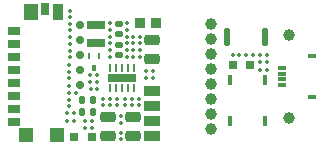
<source format=gbr>
%TF.GenerationSoftware,KiCad,Pcbnew,(7.0.0)*%
%TF.CreationDate,2023-07-05T17:24:14-07:00*%
%TF.ProjectId,Miniscope-v4-Wire-Free,4d696e69-7363-46f7-9065-2d76342d5769,rev?*%
%TF.SameCoordinates,Original*%
%TF.FileFunction,Soldermask,Top*%
%TF.FilePolarity,Negative*%
%FSLAX46Y46*%
G04 Gerber Fmt 4.6, Leading zero omitted, Abs format (unit mm)*
G04 Created by KiCad (PCBNEW (7.0.0)) date 2023-07-05 17:24:14*
%MOMM*%
%LPD*%
G01*
G04 APERTURE LIST*
G04 Aperture macros list*
%AMRoundRect*
0 Rectangle with rounded corners*
0 $1 Rounding radius*
0 $2 $3 $4 $5 $6 $7 $8 $9 X,Y pos of 4 corners*
0 Add a 4 corners polygon primitive as box body*
4,1,4,$2,$3,$4,$5,$6,$7,$8,$9,$2,$3,0*
0 Add four circle primitives for the rounded corners*
1,1,$1+$1,$2,$3*
1,1,$1+$1,$4,$5*
1,1,$1+$1,$6,$7*
1,1,$1+$1,$8,$9*
0 Add four rect primitives between the rounded corners*
20,1,$1+$1,$2,$3,$4,$5,0*
20,1,$1+$1,$4,$5,$6,$7,0*
20,1,$1+$1,$6,$7,$8,$9,0*
20,1,$1+$1,$8,$9,$2,$3,0*%
G04 Aperture macros list end*
%ADD10R,1.200000X1.150000*%
%ADD11R,1.200000X1.450000*%
%ADD12R,0.700000X1.000000*%
%ADD13R,0.900000X1.400000*%
%ADD14R,1.000000X0.700000*%
%ADD15R,1.320800X0.812800*%
%ADD16RoundRect,0.145000X0.145000X0.170000X-0.145000X0.170000X-0.145000X-0.170000X0.145000X-0.170000X0*%
%ADD17RoundRect,0.077500X0.092500X-0.077500X0.092500X0.077500X-0.092500X0.077500X-0.092500X-0.077500X0*%
%ADD18RoundRect,0.077500X-0.077500X-0.092500X0.077500X-0.092500X0.077500X0.092500X-0.077500X0.092500X0*%
%ADD19RoundRect,0.077500X-0.092500X0.077500X-0.092500X-0.077500X0.092500X-0.077500X0.092500X0.077500X0*%
%ADD20RoundRect,0.077500X0.077500X0.092500X-0.077500X0.092500X-0.077500X-0.092500X0.077500X-0.092500X0*%
%ADD21RoundRect,0.232500X0.427500X-0.232500X0.427500X0.232500X-0.427500X0.232500X-0.427500X-0.232500X0*%
%ADD22RoundRect,0.145000X-0.170000X0.145000X-0.170000X-0.145000X0.170000X-0.145000X0.170000X0.145000X0*%
%ADD23RoundRect,0.222500X0.222500X0.237500X-0.222500X0.237500X-0.222500X-0.237500X0.222500X-0.237500X0*%
%ADD24R,1.500000X0.800000*%
%ADD25R,0.270000X0.640000*%
%ADD26R,2.390000X0.640000*%
%ADD27R,0.210000X0.490000*%
%ADD28R,0.300000X0.490000*%
%ADD29C,0.700000*%
%ADD30C,1.000000*%
%ADD31R,0.800000X0.300000*%
%ADD32R,0.800000X0.400000*%
%ADD33R,0.370000X0.810000*%
%ADD34RoundRect,0.137500X0.137500X0.612500X-0.137500X0.612500X-0.137500X-0.612500X0.137500X-0.612500X0*%
%ADD35R,0.770000X0.710000*%
G04 APERTURE END LIST*
D10*
%TO.C,J1*%
X81299999Y-69424999D03*
X83889999Y-69424999D03*
D11*
X81739999Y-59024999D03*
D12*
X82889999Y-58799999D03*
D13*
X84039999Y-58999999D03*
D14*
X80249999Y-60649999D03*
X80249999Y-61749999D03*
X80249999Y-62849999D03*
X80249999Y-63949999D03*
X80249999Y-65049999D03*
X80249999Y-66149999D03*
X80249999Y-67249999D03*
X80249999Y-68349999D03*
%TD*%
D15*
%TO.C,J2*%
X91972999Y-69576899D03*
X91972999Y-68306899D03*
X91972999Y-67036899D03*
X91972999Y-65766899D03*
%TD*%
D16*
%TO.C,C2*%
X86933200Y-67468000D03*
X86043200Y-67468000D03*
%TD*%
D17*
%TO.C,C3*%
X87807400Y-66918200D03*
X87807400Y-66368200D03*
%TD*%
%TO.C,C4*%
X90857000Y-66917500D03*
X90857000Y-66367500D03*
%TD*%
%TO.C,C5*%
X89307600Y-69800400D03*
X89307600Y-69250400D03*
%TD*%
D18*
%TO.C,C12*%
X98807800Y-62671200D03*
X99357800Y-62671200D03*
%TD*%
D17*
%TO.C,C13*%
X91424700Y-64614800D03*
X91424700Y-64064800D03*
%TD*%
%TO.C,C17*%
X88418600Y-62840800D03*
X88418600Y-62290800D03*
%TD*%
%TO.C,C42*%
X84950000Y-64105000D03*
X84950000Y-63555000D03*
%TD*%
D18*
%TO.C,C43*%
X84960000Y-65870000D03*
X85510000Y-65870000D03*
%TD*%
D19*
%TO.C,C45*%
X85038800Y-62316200D03*
X85038800Y-62866200D03*
%TD*%
D17*
%TO.C,C46*%
X85013400Y-61723200D03*
X85013400Y-61173200D03*
%TD*%
%TO.C,C47*%
X84962600Y-67006400D03*
X84962600Y-66456400D03*
%TD*%
D20*
%TO.C,R1*%
X86861000Y-68230000D03*
X86311000Y-68230000D03*
%TD*%
D18*
%TO.C,R2*%
X86311000Y-68843400D03*
X86861000Y-68843400D03*
%TD*%
D17*
%TO.C,R3*%
X88418600Y-66917500D03*
X88418600Y-66367500D03*
%TD*%
%TO.C,R5*%
X89026600Y-66917500D03*
X89026600Y-66367500D03*
%TD*%
%TO.C,R6*%
X89637800Y-66917500D03*
X89637800Y-66367500D03*
%TD*%
D20*
%TO.C,R7*%
X101699000Y-62671200D03*
X101149000Y-62671200D03*
%TD*%
D21*
%TO.C,L2*%
X90374400Y-69532600D03*
X90374400Y-67892600D03*
%TD*%
D17*
%TO.C,C18*%
X88418600Y-61702200D03*
X88418600Y-61152200D03*
%TD*%
%TO.C,C23*%
X90907800Y-61697800D03*
X90907800Y-61147800D03*
%TD*%
D19*
%TO.C,C29*%
X90907800Y-62290800D03*
X90907800Y-62840800D03*
%TD*%
D17*
%TO.C,C19*%
X90374400Y-61697800D03*
X90374400Y-61147800D03*
%TD*%
%TO.C,C22*%
X89841000Y-62840800D03*
X89841000Y-62290800D03*
%TD*%
D19*
%TO.C,C25*%
X90374400Y-62290800D03*
X90374400Y-62840800D03*
%TD*%
D22*
%TO.C,C26*%
X89129800Y-60025800D03*
X89129800Y-60915800D03*
%TD*%
D17*
%TO.C,C28*%
X89841000Y-61697800D03*
X89841000Y-61147800D03*
%TD*%
D22*
%TO.C,C35*%
X89129800Y-61816000D03*
X89129800Y-62706000D03*
%TD*%
D23*
%TO.C,L3*%
X92293400Y-59988400D03*
X90963400Y-59988400D03*
%TD*%
D17*
%TO.C,R11*%
X85013400Y-59460760D03*
X85013400Y-58910760D03*
%TD*%
D19*
%TO.C,R12*%
X85008320Y-60043600D03*
X85008320Y-60593600D03*
%TD*%
D20*
%TO.C,R13*%
X85337000Y-68230000D03*
X84787000Y-68230000D03*
%TD*%
%TO.C,R14*%
X85340800Y-67620400D03*
X84790800Y-67620400D03*
%TD*%
D24*
%TO.C,Y2*%
X87250199Y-61664799D03*
X87250199Y-60164799D03*
%TD*%
D21*
%TO.C,L5*%
X91988240Y-63028360D03*
X91988240Y-61388360D03*
%TD*%
D17*
%TO.C,C20*%
X88418600Y-60559200D03*
X88418600Y-60009200D03*
%TD*%
D16*
%TO.C,C1*%
X86933200Y-66502800D03*
X86043200Y-66502800D03*
%TD*%
D17*
%TO.C,R4*%
X90247400Y-66917500D03*
X90247400Y-66367500D03*
%TD*%
D25*
%TO.C,U3*%
X90434599Y-63757799D03*
X89934599Y-63757799D03*
X89434599Y-63757799D03*
X88934599Y-63757799D03*
X88434599Y-63757799D03*
X88434599Y-65437799D03*
X88934599Y-65437799D03*
X89434599Y-65437799D03*
X89934599Y-65437799D03*
X90434599Y-65437799D03*
D26*
X89434599Y-64597799D03*
%TD*%
D27*
%TO.C,Q1*%
X87472399Y-62746599D03*
X86672399Y-62746599D03*
D28*
X87072399Y-63756599D03*
%TD*%
D20*
%TO.C,C14*%
X87305500Y-65000200D03*
X86755500Y-65000200D03*
%TD*%
%TO.C,R10*%
X87318200Y-65584400D03*
X86768200Y-65584400D03*
%TD*%
%TO.C,R9*%
X87305500Y-64403300D03*
X86755500Y-64403300D03*
%TD*%
D21*
%TO.C,L1*%
X88215400Y-69532600D03*
X88215400Y-67892600D03*
%TD*%
D29*
%TO.C,J5*%
X85828800Y-63911800D03*
%TD*%
%TO.C,J7*%
X85828800Y-60101800D03*
%TD*%
%TO.C,J6*%
X85828800Y-62641800D03*
%TD*%
%TO.C,J8*%
X85828800Y-65181800D03*
%TD*%
%TO.C,J4*%
X85828800Y-61371800D03*
%TD*%
D30*
%TO.C,J21*%
X97000000Y-60055000D03*
%TD*%
%TO.C,J22*%
X97000000Y-61325000D03*
%TD*%
%TO.C,J24*%
X97000000Y-63865000D03*
%TD*%
%TO.C,J25*%
X97000000Y-65135000D03*
%TD*%
%TO.C,J26*%
X97000000Y-66405000D03*
%TD*%
%TO.C,J27*%
X97000000Y-67675000D03*
%TD*%
D20*
%TO.C,R8*%
X100500800Y-62671200D03*
X99950800Y-62671200D03*
%TD*%
D30*
%TO.C,J23*%
X97000000Y-62595000D03*
%TD*%
D31*
%TO.C,J3*%
X102999999Y-65249999D03*
X102999999Y-64749999D03*
X102999999Y-64249999D03*
X102999999Y-63749999D03*
D32*
X105499999Y-66249999D03*
X105499999Y-62749999D03*
%TD*%
D33*
%TO.C,U5*%
X101547999Y-64796999D03*
X98547999Y-64796999D03*
X98547999Y-68266999D03*
X101547999Y-68266999D03*
%TD*%
D18*
%TO.C,R15*%
X101144600Y-63915800D03*
X101694600Y-63915800D03*
%TD*%
D30*
%TO.C,J12*%
X97000000Y-68945000D03*
%TD*%
D20*
%TO.C,R18*%
X101694600Y-63300000D03*
X101144600Y-63300000D03*
%TD*%
D34*
%TO.C,SW1*%
X101546000Y-61121800D03*
X98296000Y-61121800D03*
%TD*%
D35*
%TO.C,D3*%
X100269999Y-63560199D03*
X98809999Y-63560199D03*
%TD*%
%TO.C,D2*%
X85398799Y-69648399D03*
X86858799Y-69648399D03*
%TD*%
D19*
%TO.C,C24*%
X89841000Y-60000400D03*
X89841000Y-60550400D03*
%TD*%
%TO.C,C15*%
X92047000Y-64064800D03*
X92047000Y-64614800D03*
%TD*%
D17*
%TO.C,R20*%
X89303800Y-68424800D03*
X89303800Y-67874800D03*
%TD*%
%TO.C,R22*%
X84960000Y-65290000D03*
X84960000Y-64650000D03*
%TD*%
D30*
%TO.C,*%
X103600000Y-61000000D03*
%TD*%
%TO.C,REF\u002A\u002A*%
X103600000Y-68000000D03*
%TD*%
M02*

</source>
